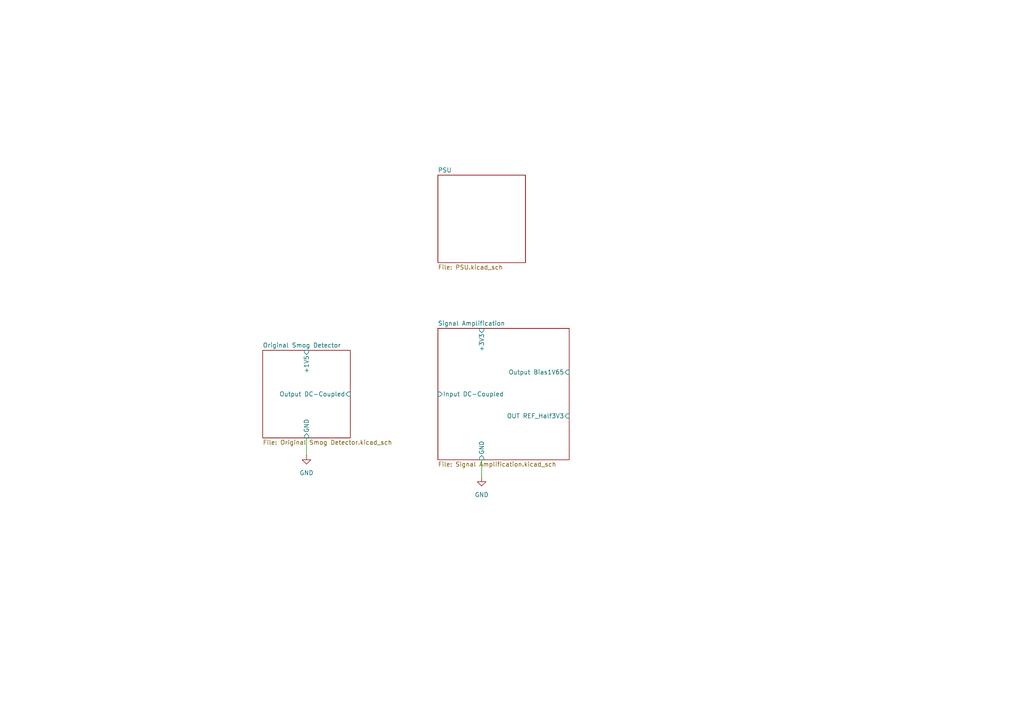
<source format=kicad_sch>
(kicad_sch (version 20231120) (generator "eeschema") (generator_version "8.0")
  (paper "A4")
  (lib_symbols
    (symbol "power:GND" (power) (pin_numbers hide) (pin_names (offset 0) hide)
      (property "Value" "GND" (at 0 -3.81 0))
      (symbol "GND_0_1"
        (polyline (pts (xy 0 0) (xy 0 -1.27) (xy 1.27 -1.27) (xy 0 -2.54) (xy -1.27 -1.27) (xy 0 -1.27)))
      )
      (symbol "GND_1_1"
        (pin power_in line (at 0 0 270) (length 0) (name "~") (number "1"))
      )
    )
  )
  (wire (pts (xy 139.7 133.35) (xy 139.7 138.43)))
  (wire (pts (xy 88.9 127) (xy 88.9 132.08)))
  (symbol (lib_id "power:GND") (at 139.7 138.43 0) (unit 1)
    (property "Reference" "#PWR02" (effects (hide yes)))
    (property "Value" "GND" (at 139.7 143.51 0))
    (property "Description" "Power symbol creates a global label with name \"GND\" , ground" (effects (hide yes)))
  )
  (symbol (lib_id "power:GND") (at 88.9 132.08 0) (unit 1)
    (property "Reference" "#PWR01" (effects (hide yes)))
    (property "Value" "GND" (at 88.9 137.16 0))
    (property "Description" "Power symbol creates a global label with name \"GND\" , ground" (effects (hide yes)))
  )
  (sheet (at 76.2 101.6) (size 25.4 25.4) (stroke (width 0.1524))
    (property "Sheetname" "Original Smog Detector" (at 76.2 100.8884 0) (effects (justify left bottom)))
    (property "Sheetfile" "Original Smog Detector.kicad_sch" (at 76.2 127.5846 0) (effects (justify left top)))
    (pin "GND" input (at 88.9 127 270))
    (pin "+1V5" input (at 88.9 101.6 90))
    (pin "Output DC-Coupled" input (at 101.6 114.3 0))
  )
  (sheet (at 127 50.8) (size 25.4 25.4) (stroke (width 0.1524))
    (property "Sheetname" "PSU" (at 127 50.0884 0) (effects (justify left bottom)))
    (property "Sheetfile" "PSU.kicad_sch" (at 127 76.7846 0) (effects (justify left top)))
  )
  (sheet (at 127 95.25) (size 38.1 38.1) (stroke (width 0.1524))
    (property "Sheetname" "Signal Amplification" (at 127 94.5384 0) (effects (justify left bottom)))
    (property "Sheetfile" "Signal Amplification.kicad_sch" (at 127 133.9346 0) (effects (justify left top)))
    (pin "OUT REF_Half3V3" input (at 165.1 120.65 0))
    (pin "+3V3" input (at 139.7 95.25 90))
    (pin "GND" input (at 139.7 133.35 270))
    (pin "Input DC-Coupled" input (at 127 114.3 180))
    (pin "Output Bias1V65" input (at 165.1 107.95 0))
  )
)
</source>
